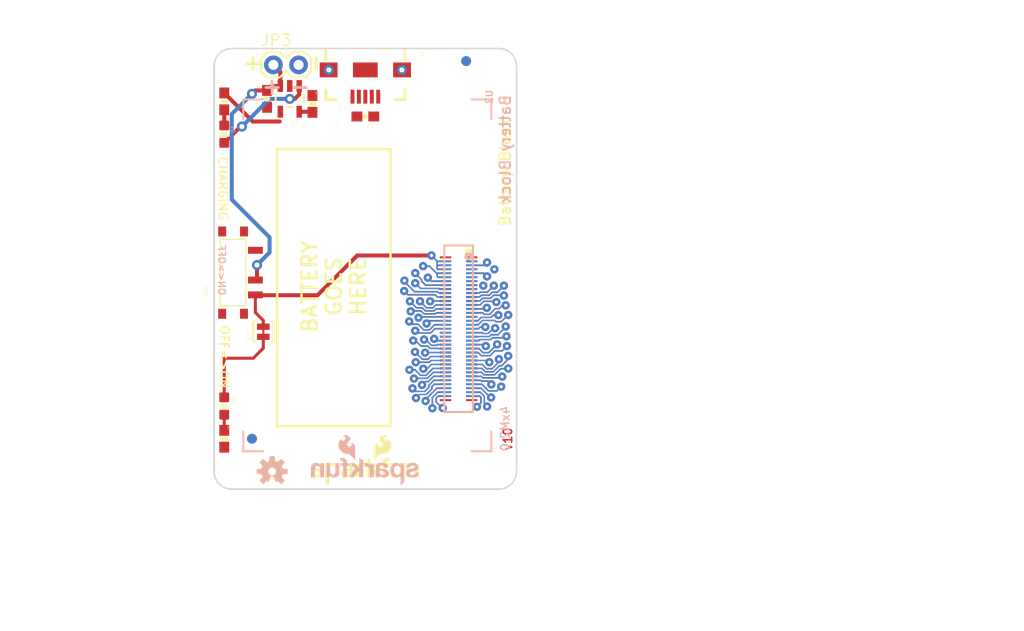
<source format=kicad_pcb>
(kicad_pcb (version 20211014) (generator pcbnew)
  (layers (0 "F.Cu" signal) (1 "In1.Cu" signal) (2 "In2.Cu" signal) (31 "B.Cu" signal) (34 "B.Paste" user) (35 "F.Paste" user) (36 "B.SilkS" user "B.Silkscreen") (37 "F.SilkS" user "F.Silkscreen") (38 "B.Mask" user) (39 "F.Mask" user) (44 "Edge.Cuts" user))
  (net 0 "")
  (net 1 "GND")
  (net 2 "VSYS")
  (net 3 "3.3V")
  (net 4 "GP183_PWM3")
  (net 5 "GP182_PWM2")
  (net 6 "GP13_PWM1")
  (net 7 "GP12_PWM0")
  (net 8 "GP14")
  (net 9 "GP15")
  (net 10 "GP49")
  (net 11 "GP48")
  (net 12 "GP47")
  (net 13 "GP46")
  (net 14 "GP45")
  (net 15 "GP165")
  (net 16 "GP44")
  (net 17 "PSW")
  (net 18 "FAULT")
  (net 19 "USB_VBUS")
  (net 20 "USB_DN")
  (net 21 "USB_DP")
  (net 22 "USB_ID")
  (net 23 "GP114_SPI_2_RXD")
  (net 24 "GP115_SPI_2_TXD")
  (net 25 "GP109_SPI_2_CLK")
  (net 26 "GP110_SPI_2_FS0")
  (net 27 "GP111_SPI_2_FS1")
  (net 28 "GP135_UART_2_TX")
  (net 29 "GP134_UART_2_RX")
  (net 30 "GP43_I2S_2_TXD")
  (net 31 "GP41_I2S_2_FS")
  (net 32 "GP40_I2S_2_CLK")
  (net 33 "GP42_I2S_2_RXD")
  (net 34 "GP28_I2C_6_SDA")
  (net 35 "GP27_I2C_6_SCL")
  (net 36 "GP20_I2C_1_SDA")
  (net 37 "GP19_I2C_1_SCL")
  (net 38 "GP131_UART_1_TX")
  (net 39 "GP130_UART_1_RX")
  (net 40 "GP129_UART_1_RTS")
  (net 41 "GP128_UART_1_CTS")
  (net 42 "GP84_SD_CLK_FB")
  (net 43 "GP78_SD_0_CLK")
  (net 44 "GP77_SD_0_CD#")
  (net 45 "GP79_SD_0_CMD")
  (net 46 "GP80_SD_0_DAT0")
  (net 47 "GP81_SD_0_DAT1")
  (net 48 "GP82_SD_0_DAT2")
  (net 49 "GP83_SD_0_DAT3")
  (net 50 "MSIC_SLP_CLK")
  (net 51 "RESET_OUT#")
  (net 52 "PWRBTN#")
  (net 53 "V_BAT_BKUP")
  (net 54 "1.8V")
  (net 55 "FW_RCVR")
  (net 56 "RCVR_MODE")
  (net 57 "OSC_CLK_OUT")
  (net 58 "VIN")
  (net 59 "N$3")
  (net 60 "N$4")
  (net 61 "N$5")
  (net 62 "VBAT")
  (net 63 "N$2")
  (net 64 "N$7")
  (net 65 "DCIN")
  (footprint "boardEagle:FIDUCIAL-1X2" (layer "F.Cu") (at 158.6611 84.0486)
    (fp_text reference "FID2" hide)
    (fp_text value "FIDUCIAL1X2" hide)
  )
  (footprint "boardEagle:0603-CAP" (layer "F.Cu") (at 148.5011 89.6366 180)
    (fp_text reference "C1")
    (fp_text value "4.7uF")
  )
  (footprint "boardEagle:CREATIVE_COMMONS" (layer "F.Cu") (at 131.9911 141.1986)
    (fp_text reference "FRAME1" hide)
    (fp_text value "FRAME-LETTER" hide)
  )
  (footprint "boardEagle:1X02" (layer "F.Cu") (at 139.2301 84.4296)
    (fp_text reference "JP3")
    (fp_text value "M02PTH")
  )
  (footprint "" (layer "F.Cu") (at 161.8361 125.3236)
    (fp_text reference "@HOLE0" hide)
    (fp_text value "")
  )
  (footprint "boardEagle:USB-B-MICRO-SMD_V03" (layer "F.Cu") (at 148.5011 84.9376 -90)
    (fp_text reference "JP1")
    (fp_text value "USB_MICROB_PLUG")
  )
  (footprint "boardEagle:SFE_LOGO_NAME_FLAME_.1" (layer "F.Cu") (at 142.5575 126.9746)
    (fp_text reference "LOGO4" hide)
    (fp_text value "SFE_LOGO_NAME_FLAME.1_INCH" hide)
  )
  (footprint "boardEagle:0603-RES" (layer "F.Cu") (at 143.1671 88.3666 -90)
    (fp_text reference "R1")
    (fp_text value "2.0k")
  )
  (footprint "boardEagle:CREATIVE_COMMONS" (layer "F.Cu") (at 131.9911 141.1986)
    (fp_text reference "FRAME2" hide)
    (fp_text value "FRAME-LETTER" hide)
  )
  (footprint "boardEagle:SOT23-5" (layer "F.Cu") (at 140.8811 87.8586 180)
    (fp_text reference "U1")
    (fp_text value "MCP73831")
  )
  (footprint "boardEagle:0603-RES" (layer "F.Cu") (at 134.2771 88.1126 90)
    (fp_text reference "R2")
    (fp_text value "330")
  )
  (footprint "boardEagle:PAD-JUMPER-2-NC_BY_TRACE_YES_SILK" (layer "F.Cu") (at 138.2141 111.3536 90)
    (fp_text reference "SJ1")
    (fp_text value "LED DISABLE")
  )
  (footprint "boardEagle:0603-CAP" (layer "F.Cu") (at 138.5951 87.8586 -90)
    (fp_text reference "C2")
    (fp_text value "4.7uF")
  )
  (footprint "boardEagle:LED-0603" (layer "F.Cu") (at 134.2771 91.4146 180)
    (fp_text reference "D1")
    (fp_text value "RED")
  )
  (footprint "" (layer "F.Cu") (at 135.1661 125.3236)
    (fp_text reference "@HOLE1" hide)
    (fp_text value "")
  )
  (footprint "" (layer "F.Cu") (at 135.1661 84.6836)
    (fp_text reference "@HOLE2" hide)
    (fp_text value "")
  )
  (footprint "boardEagle:0603-RES" (layer "F.Cu") (at 134.2771 122.1486 -90)
    (fp_text reference "R3")
    (fp_text value "1k")
  )
  (footprint "boardEagle:FIDUCIAL-1X2" (layer "F.Cu") (at 137.0711 122.1486)
    (fp_text reference "FID1" hide)
    (fp_text value "FIDUCIAL1X2" hide)
  )
  (footprint "boardEagle:OSHW-LOGO-S" (layer "F.Cu") (at 139.1031 125.4506)
    (fp_text reference "LOGO1" hide)
    (fp_text value "OSHW-LOGOS" hide)
  )
  (footprint "boardEagle:LED-0603" (layer "F.Cu") (at 134.2771 118.8466 180)
    (fp_text reference "D2")
    (fp_text value "BLUE")
  )
  (footprint "boardEagle:KPS-1290" (layer "F.Cu") (at 135.1661 105.3846 -90)
    (fp_text reference "SW1")
    (fp_text value "SWITCH_SPDT")
  )
  (footprint "" (layer "F.Cu") (at 161.8361 84.6836)
    (fp_text reference "@HOLE3" hide)
    (fp_text value "")
  )
  (footprint "boardEagle:FIDUCIAL-1X2" (layer "B.Cu") (at 137.0711 122.1486 180)
    (fp_text reference "FID3" hide)
    (fp_text value "FIDUCIAL1X2" hide)
  )
  (footprint "boardEagle:OSHW-LOGO-S" (layer "B.Cu") (at 139.1031 125.4506 180)
    (fp_text reference "LOGO2" hide)
    (fp_text value "OSHW-LOGOS" hide)
  )
  (footprint "boardEagle:FIDUCIAL-1X2" (layer "B.Cu") (at 158.6611 84.0486 180)
    (fp_text reference "FID4" hide)
    (fp_text value "FIDUCIAL1X2" hide)
  )
  (footprint "boardEagle:EDISON_DAUGHTER" (layer "B.Cu") (at 161.2011 123.4186 180)
    (fp_text reference "U2")
    (fp_text value "EDISON_CONNECTOR_FULLMOUNTING_HOLES" hide)
  )
  (footprint "boardEagle:SFE_LOGO_NAME_FLAME_.1" (layer "B.Cu") (at 154.3431 126.9746 180)
    (fp_text reference "LOGO3" hide)
    (fp_text value "SFE_LOGO_NAME_FLAME.1_INCH" hide)
  )
  (footprint "boardEagle:DF40C-70DP-0.4(51)" (layer "B.Cu") (at 157.9011 111.0488 90)
    (fp_text reference "U3" hide)
    (fp_text value "EDISON_CONNECTOR_FULLHEADER" hide)
  )
  (gr_line (start 139.6111 92.9386) (end 139.6111 120.8786) (layer "F.SilkS") (width 0.254))
  (gr_line (start 139.6111 120.8786) (end 151.0411 120.8786) (layer "F.SilkS") (width 0.254))
  (gr_line (start 151.0411 120.8786) (end 151.0411 92.9386) (layer "F.SilkS") (width 0.254))
  (gr_line (start 151.0411 92.9386) (end 139.6111 92.9386) (layer "F.SilkS") (width 0.254))
  (gr_line (start 133.2611 125.4506) (end 133.2611 84.5566) (layer "Edge.Cuts") (width 0.1524))
  (gr_line (start 161.9631 127.2286) (end 135.0391 127.2286) (layer "Edge.Cuts") (width 0.1524))
  (gr_line (start 135.0391 82.7786) (end 161.9631 82.7786) (layer "Edge.Cuts") (width 0.1524))
  (gr_arc (start 161.9631 82.7786) (mid 163.220336 83.299364) (end 163.7411 84.5566) (layer "Edge.Cuts") (width 0.1524))
  (gr_line (start 163.7411 84.5566) (end 163.7411 125.4506) (layer "Edge.Cuts") (width 0.1524))
  (gr_arc (start 133.2611 84.5566) (mid 133.781864 83.299364) (end 135.0391 82.7786) (layer "Edge.Cuts") (width 0.1524))
  (gr_arc (start 163.7411 125.4506) (mid 163.220336 126.707836) (end 161.9631 127.2286) (layer "Edge.Cuts") (width 0.1524))
  (gr_arc (start 135.0391 127.2286) (mid 133.781864 126.707836) (end 133.2611 125.4506) (layer "Edge.Cuts") (width 0.1524))
  (gr_text "v10" (at 163.3601 123.4186 90) (layer "F.Cu") (effects (font (size 0.8636 0.8636) (thickness 0.1524)) (justify left bottom)))
  (gr_text "4xM2.0" (at 162.5981 121.1326 -270) (layer "B.SilkS") (effects (font (size 0.8636 0.8636) (thickness 0.1524)) (justify mirror)))
  (gr_text "-" (at 141.8971 86.5886) (layer "B.SilkS") (effects (font (size 1.64084 1.64084) (thickness 0.28956)) (justify mirror)))
  (gr_text "ON<>OFF" (at 134.0231 105.1306 -90) (layer "B.SilkS") (effects (font (size 0.69088 0.69088) (thickness 0.12192)) (justify mirror)))
  (gr_text "Battery Block" (at 163.2331 87.3506 -270) (layer "B.SilkS") (effects (font (size 1.0795 1.0795) (thickness 0.1905)) (justify left bottom mirror)))
  (gr_text "+" (at 139.1031 86.5886) (layer "B.SilkS") (effects (font (size 1.64084 1.64084) (thickness 0.28956)) (justify mirror)))
  (gr_text "+" (at 137.0711 84.3026 90) (layer "F.SilkS") (effects (font (size 1.64084 1.64084) (thickness 0.28956))))
  (gr_text "CHARGING" (at 134.1501 96.8756 270) (layer "F.SilkS") (effects (font (size 0.8636 0.8636) (thickness 0.1524))))
  (gr_text "OFF<>ON" (at 134.2771 113.8936 270) (layer "F.SilkS") (effects (font (size 0.8636 0.8636) (thickness 0.1524))))
  (gr_text "Battery Block" (at 163.2331 100.8126 90) (layer "F.SilkS") (effects (font (size 1.0795 1.0795) (thickness 0.1905)) (justify left bottom)))
  (gr_text "-" (at 143.4211 84.3026 90) (layer "F.SilkS") (effects (font (size 1.64084 1.64084) (thickness 0.28956))))
  (gr_text "BATTERY\nGOES\nHERE" (at 145.3261 106.7816 90) (layer "F.SilkS") (effects (font (size 1.5113 1.5113) (thickness 0.2667))))
  (via (at 161.5059 105.0544) (size 0.8382) (drill 0.3302) (layers "F.Cu" "B.Cu") (net 1))
  (via (at 144.8181 84.9376) (size 1.016) (drill 0.508) (layers "F.Cu" "B.Cu") (net 1))
  (via (at 160.3883 106.7054) (size 0.8382) (drill 0.3302) (layers "F.Cu" "B.Cu") (net 1))
  (via (at 152.1841 84.9376) (size 1.016) (drill 0.508) (layers "F.Cu" "B.Cu") (net 1))
  (segment (start 155.7401 104.2628) (end 155.7541 104.2488) (width 0.1524) (layer "F.Cu") (net 2))
  (segment (start 155.7541 104.2488) (end 156.5811 104.2488) (width 0.1524) (layer "F.Cu") (net 2))
  (segment (start 137.8331 109.8296) (end 137.4161 109.4126) (width 0.3048) (layer "F.Cu") (net 2))
  (segment (start 156.5811 105.0488) (end 156.5811 105.0486) (width 0.1524) (layer "F.Cu") (net 2))
  (segment (start 147.6877 103.658) (end 155.1633 103.658) (width 0.4064) (layer "F.Cu") (net 2))
  (segment (start 138.2141 110.2106) (end 137.8331 109.8296) (width 0.3048) (layer "F.Cu") (net 2))
  (segment (start 155.1633 103.658) (end 155.7541 104.2488) (width 0.1524) (layer "F.Cu") (net 2))
  (segment (start 137.4161 108.9766) (end 137.4161 109.4126) (width 0.3048) (layer "F.Cu") (net 2))
  (segment (start 147.6877 103.658) (end 143.6751 107.6706) (width 0.4064) (layer "F.Cu") (net 2))
  (segment (start 155.7401 104.6226) (end 155.7401 104.2628) (width 0.1524) (layer "F.Cu") (net 2))
  (segment (start 156.5811 104.6488) (end 155.7663 104.6488) (width 0.1524) (layer "F.Cu") (net 2))
  (segment (start 137.4521 107.6706) (end 137.4161 107.6346) (width 0.4064) (layer "F.Cu") (net 2))
  (segment (start 138.2141 110.8456) (end 138.2141 110.2106) (width 0.3048) (layer "F.Cu") (net 2))
  (segment (start 155.7663 104.6488) (end 155.7401 104.6226) (width 0.1524) (layer "F.Cu") (net 2))
  (segment (start 155.7401 105.0036) (end 155.7401 104.6226) (width 0.1524) (layer "F.Cu") (net 2))
  (segment (start 156.5811 105.0486) (end 155.7851 105.0486) (width 0.1524) (layer "F.Cu") (net 2))
  (segment (start 143.6751 107.6706) (end 137.4521 107.6706) (width 0.4064) (layer "F.Cu") (net 2))
  (segment (start 155.7851 105.0486) (end 155.7401 105.0036) (width 0.1524) (layer "F.Cu") (net 2))
  (segment (start 137.4161 108.9766) (end 137.4161 107.6346) (width 0.3048) (layer "F.Cu") (net 2))
  (via (at 155.1633 103.658) (size 0.8382) (drill 0.3302) (layers "F.Cu" "B.Cu") (net 2))
  (segment (start 155.7401 105.0036) (end 155.7401 104.6226) (width 0.1524) (layer "B.Cu") (net 2))
  (segment (start 155.7851 105.0486) (end 155.7401 105.0036) (width 0.1524) (layer "B.Cu") (net 2))
  (segment (start 155.1633 103.658) (end 155.7541 104.2488) (width 0.1524) (layer "B.Cu") (net 2))
  (segment (start 155.7401 104.2628) (end 155.7541 104.2488) (width 0.1524) (layer "B.Cu") (net 2))
  (segment (start 156.5811 105.0486) (end 155.7851 105.0486) (width 0.1524) (layer "B.Cu") (net 2))
  (segment (start 156.5811 104.2488) (end 156.5811 104.2486) (width 0.2) (layer "B.Cu") (net 2))
  (segment (start 156.5811 104.6486) (end 155.7661 104.6486) (width 0.1524) (layer "B.Cu") (net 2))
  (segment (start 155.2321 103.7268) (end 155.1633 103.658) (width 0.1524) (layer "B.Cu") (net 2))
  (segment (start 155.7661 104.6486) (end 155.7401 104.6226) (width 0.1524) (layer "B.Cu") (net 2))
  (segment (start 155.7541 104.2488) (end 156.5811 104.2488) (width 0.1524) (layer "B.Cu") (net 2))
  (segment (start 155.7401 104.6226) (end 155.7401 104.2628) (width 0.1524) (layer "B.Cu") (net 2))
  (segment (start 155.7401 105.7656) (end 155.7401 105.4488) (width 0.1524) (layer "F.Cu") (net 3))
  (segment (start 155.6773 105.4488) (end 155.7401 105.4488) (width 0.1524) (layer "F.Cu") (net 3))
  (segment (start 156.5811 105.8488) (end 155.8233 105.8488) (width 0.1524) (layer "F.Cu") (net 3))
  (segment (start 155.7401 105.4488) (end 156.5811 105.4488) (width 0.1524) (layer "F.Cu") (net 3))
  (segment (start 154.3251 104.7342) (end 154.9627 104.7342) (width 0.1524) (layer "F.Cu") (net 3))
  (segment (start 154.9627 104.7342) (end 155.6773 105.4488) (width 0.1524) (layer "F.Cu") (net 3))
  (segment (start 155.8233 105.8488) (end 155.7401 105.7656) (width 0.1524) (layer "F.Cu") (net 3))
  (via (at 154.3251 104.7342) (size 0.8382) (drill 0.3302) (layers "F.Cu" "B.Cu") (net 3))
  (segment (start 155.8231 105.8486) (end 155.7401 105.7656) (width 0.1524) (layer "B.Cu") (net 3))
  (segment (start 155.7401 105.4488) (end 156.5811 105.4488) (width 0.1524) (layer "B.Cu") (net 3))
  (segment (start 155.6773 105.4488) (end 155.7401 105.4488) (width 0.1524) (layer "B.Cu") (net 3))
  (segment (start 156.5811 105.8486) (end 155.8231 105.8486) (width 0.1524) (layer "B.Cu") (net 3))
  (segment (start 154.9627 104.7342) (end 155.6773 105.4488) (width 0.1524) (layer "B.Cu") (net 3))
  (segment (start 156.5811 105.4486) (end 156.5811 105.4488) (width 0.1524) (layer "B.Cu") (net 3))
  (segment (start 154.3251 104.7342) (end 154.9627 104.7342) (width 0.1524) (layer "B.Cu") (net 3))
  (segment (start 155.7401 105.7656) (end 155.7401 105.4488) (width 0.1524) (layer "B.Cu") (net 3))
  (segment (start 159.8803 111.8362) (end 159.8677 111.8488) (width 0.1524) (layer "F.Cu") (net 4))
  (segment (start 162.6489 110.871) (end 161.8615 111.6584) (width 0.1524) (layer "F.Cu") (net 4))
  (segment (start 161.1757 111.6584) (end 160.9979 111.8362) (width 0.1524) (layer "F.Cu") (net 4))
  (segment (start 162.6489 110.8202) (end 162.6489 110.871) (width 0.1524) (layer "F.Cu") (net 4))
  (segment (start 159.8677 111.8488) (end 159.2211 111.8488) (width 0.1524) (layer "F.Cu") (net 4))
  (segment (start 160.9979 111.8362) (end 159.8803 111.8362) (width 0.1524) (layer "F.Cu") (net 4))
  (segment (start 161.8615 111.6584) (end 161.1757 111.6584) (width 0.1524) (layer "F.Cu") (net 4))
  (via (at 162.6489 110.8202) (size 0.8382) (drill 0.3302) (layers "F.Cu" "B.Cu") (net 4))
  (segment (start 161.8615 111.6584) (end 162.6489 110.871) (width 0.1524) (layer "B.Cu") (net 4))
  (segment (start 159.8679 111.8486) (end 159.8803 111.8362) (width 0.1524) (layer "B.Cu") (net 4))
  (segment (start 162.6489 110.871) (end 162.6489 110.8202) (width 0.1524) (layer "B.Cu") (net 4))
  (segment (start 159.2211 111.8486) (end 159.8679 111.8486) (width 0.1524) (layer "B.Cu") (net 4))
  (segment (start 159.8803 111.8362) (end 160.9979 111.8362) (width 0.1524) (layer "B.Cu") (net 4))
  (segment (start 160.9979 111.8362) (end 161.1757 111.6584) (width 0.1524) (layer "B.Cu") (net 4))
  (segment (start 161.1757 111.6584) (end 161.8615 111.6584) (width 0.1524) (layer "B.Cu") (net 4))
  (segment (start 159.2211 111.4488) (end 160.2803 111.4488) (width 0.1524) (layer "F.Cu") (net 5))
  (segment (start 160.8709 111.5314) (end 161.4043 110.998) (width 0.1524) (layer "F.Cu") (net 5))
  (segment (start 161.4043 110.998) (end 161.5821 110.998) (width 0.1524) (layer "F.Cu") (net 5))
  (segment (start 160.3629 111.5314) (end 160.8709 111.5314) (width 0.1524) (layer "F.Cu") (net 5))
  (segment (start 160.2803 111.4488) (end 160.3629 111.5314) (width 0.1524) (layer "F.Cu") (net 5))
  (via (at 161.5821 110.998) (size 0.8382) (drill 0.3302) (layers "F.Cu" "B.Cu") (net 5))
  (segment (start 161.4043 110.998) (end 160.8709 111.5314) (width 0.1524) (layer "B.Cu") (net 5))
  (segment (start 161.5821 110.998) (end 161.4043 110.998) (width 0.1524) (layer "B.Cu") (net 5))
  (segment (start 160.2801 111.4486) (end 159.2211 111.4486) (width 0.1524) (layer "B.Cu") (net 5))
  (segment (start 160.3629 111.5314) (end 160.2801 111.4486) (width 0.1524) (layer "B.Cu") (net 5))
  (segment (start 160.8709 111.5314) (end 160.3629 111.5314) (width 0.1524) (layer "B.Cu") (net 5))
  (segment (start 161.6583 110.3376) (end 161.5313 110.2106) (width 0.1524) (layer "F.Cu") (net 6))
  (segment (start 159.8739 110.6488) (end 159.2211 110.6488) (width 0.1524) (layer "F.Cu") (net 6))
  (segment (start 162.9029 109.6518) (end 162.8775 109.6518) (width 0.1524) (layer "F.Cu") (net 6))
  (segment (start 160.3121 110.2106) (end 159.8739 110.6488) (width 0.1524) (layer "F.Cu") (net 6))
  (segment (start 161.5313 110.2106) (end 160.3121 110.2106) (width 0.1524) (layer "F.Cu") (net 6))
  (segment (start 162.1917 110.3376) (end 161.6583 110.3376) (width 0.1524) (layer "F.Cu") (net 6))
  (segment (start 162.8775 109.6518) (end 162.1917 110.3376) (width 0.1524) (layer "F.Cu") (net 6))
  (via (at 162.9029 109.6518) (size 0.8382) (drill 0.3302) (layers "F.Cu" "B.Cu") (net 6))
  (segment (start 162.8775 109.6518) (end 162.9029 109.6518) (width 0.1524) (layer "B.Cu") (net 6))
  (segment (start 162.1917 110.3376) (end 162.8775 109.6518) (width 0.1524) (layer "B.Cu") (net 6))
  (segment (start 161.6583 110.3376) (end 162.1917 110.3376) (width 0.1524) (layer "B.Cu") (net 6))
  (segment (start 161.5313 110.2106) (end 161.6583 110.3376) (width 0.1524) (layer "B.Cu") (net 6))
  (segment (start 159.2211 110.6486) (end 159.8741 110.6486) (width 0.1524) (layer "B.Cu") (net 6))
  (segment (start 160.3121 110.2106) (end 161.5313 110.2106) (width 0.1524) (layer "B.Cu") (net 6))
  (segment (start 159.8741 110.6486) (end 160.3121 110.2106) (width 0.1524) (layer "B.Cu") (net 6))
  (segment (start 159.2211 111.0488) (end 159.9057 111.0488) (width 0.1524) (layer "F.Cu") (net 7))
  (segment (start 160.0835 110.871) (end 160.5915 110.871) (width 0.1524) (layer "F.Cu") (net 7))
  (segment (start 159.9057 111.0488) (end 160.0835 110.871) (width 0.1524) (layer "F.Cu") (net 7))
  (via (at 160.5915 110.871) (size 0.8382) (drill 0.3302) (layers "F.Cu" "B.Cu") (net 7))
  (segment (start 159.9057 111.0488) (end 159.2213 111.0488) (width 0.1524) (layer "B.Cu") (net 7))
  (segment (start 159.2213 111.0488) (end 159.2211 111.0486) (width 0.1524) (layer "B.Cu") (net 7))
  (segment (start 160.0835 110.871) (end 159.9057 111.0488) (width 0.1524) (layer "B.Cu") (net 7))
  (segment (start 160.5915 110.871) (end 160.0835 110.871) (width 0.1524) (layer "B.Cu") (net 7))
  (segment (start 154.5339 113.4488) (end 156.5811 113.4488) (width 0.1524) (layer "F.Cu") (net 8))
  (segment (start 154.5209 113.4618) (end 154.5339 113.4488) (width 0.1524) (layer "F.Cu") (net 8))
  (via (at 154.5209 113.4618) (size 0.8382) (drill 0.3302) (layers "F.Cu" "B.Cu") (net 8))
  (segment (start 154.5341 113.4486) (end 154.5209 113.4618) (width 0.1524) (layer "B.Cu") (net 8))
  (segment (start 156.5811 113.4486) (end 154.5341 113.4486) (width 0.1524) (layer "B.Cu") (net 8))
  (segment (start 155.6193 112.2488) (end 155.4353 112.0648) (width 0.1524) (layer "F.Cu") (net 9))
  (segment (start 156.5811 112.2488) (end 155.6193 112.2488) (width 0.1524) (layer "F.Cu") (net 9))
  (via (at 155.4353 112.0648) (size 0.8382) (drill 0.3302) (layers "F.Cu" "B.Cu") (net 9))
  (segment (start 155.4353 112.0648) (end 155.6191 112.2486) (width 0.1524) (layer "B.Cu") (net 9))
  (segment (start 155.6191 112.2486) (end 156.5811 112.2486) (width 0.1524) (layer "B.Cu") (net 9))
  (segment (start 153.2001 110.5916) (end 152.9207 110.3122) (width 0.1524) (layer "F.Cu") (net 10))
  (segment (start 154.9527 111.1758) (end 154.3939 111.1758) (width 0.1524) (layer "F.Cu") (net 10))
  (segment (start 153.8097 110.5916) (end 153.2001 110.5916) (width 0.1524) (layer "F.Cu") (net 10))
  (segment (start 156.5811 110.6488) (end 155.4797 110.6488) (width 0.1524) (layer "F.Cu") (net 10))
  (segment (start 155.4797 110.6488) (end 154.9527 111.1758) (width 0.1524) (layer "F.Cu") (net 10))
  (segment (start 154.3939 111.1758) (end 153.8097 110.5916) (width 0.1524) (layer "F.Cu") (net 10))
  (via (at 152.9207 110.3122) (size 0.8382) (drill 0.3302) (layers "F.Cu" "B.Cu") (net 10))
  (segment (start 153.2001 110.5916) (end 153.8097 110.5916) (width 0.1524) (layer "B.Cu") (net 10))
  (segment (start 154.3939 111.1758) (end 154.9527 111.1758) (width 0.1524) (layer "B.Cu") (net 10))
  (segment (start 155.4799 110.6486) (end 156.5811 110.6486) (width 0.1524) (layer "B.Cu") (net 10))
  (segment (start 154.9527 111.1758) (end 155.4799 110.6486) (width 0.1524) (layer "B.Cu") (net 10))
  (segment (start 152.9207 110.3122) (end 153.2001 110.5916) (width 0.1524) (layer "B.Cu") (net 10))
  (segment (start 153.8097 110.5916) (end 154.3939 111.1758) (width 0.1524) (layer "B.Cu") (net 10))
  (segment (start 154.6733 110.5154) (end 154.9399 110.2488) (width 0.1524) (layer "F.Cu") (net 11))
  (segment (start 154.9399 110.2488) (end 156.5811 110.2488) (width 0.1524) (layer "F.Cu") (net 11))
  (via (at 154.6733 110.5154) (size 0.8382) (drill 0.3302) (layers "F.Cu" "B.Cu") (net 11))
  (segment (start 156.5811 110.2486) (end 154.9401 110.2486) (width 0.1524) (layer "B.Cu") (net 11))
  (segment (start 154.9401 110.2486) (end 154.6733 110.5154) (width 0.1524) (layer "B.Cu") (net 11))
  (segment (start 155.6955 109.8488) (end 155.6893 109.855) (width 0.1524) (layer "F.Cu") (net 12))
  (segment (start 156.5811 109.8488) (end 155.6955 109.8488) (width 0.1524) (layer "F.Cu") (net 12))
  (segment (start 155.6893 109.855) (end 153.9367 109.855) (width 0.1524) (layer "F.Cu") (net 12))
  (segment (start 153.9367 109.855) (end 153.8605 109.9312) (width 0.1524) (layer "F.Cu") (net 12))
  (via (at 153.8605 109.9312) (size 0.8382) (drill 0.3302) (layers "F.Cu" "B.Cu") (net 12))
  (segment (start 153.9367 109.855) (end 155.6893 109.855) (width 0.1524) (layer "B.Cu") (net 12))
  (segment (start 155.6957 109.8486) (end 156.5811 109.8486) (width 0.1524) (layer "B.Cu") (net 12))
  (segment (start 155.6893 109.855) (end 155.6957 109.8486) (width 0.1524) (layer "B.Cu") (net 12))
  (segment (start 153.8605 109.9312) (end 153.9367 109.855) (width 0.1524) (layer "B.Cu") (net 12))
  (segment (start 154.1145 109.2454) (end 153.1239 109.2454) (width 0.1524) (layer "F.Cu") (net 13))
  (segment (start 155.5623 109.5502) (end 154.4193 109.5502) (width 0.1524) (layer "F.Cu") (net 13))
  (segment (start 154.4193 109.5502) (end 154.1145 109.2454) (width 0.1524) (layer "F.Cu") (net 13))
  (segment (start 156.5811 109.4488) (end 155.6637 109.4488) (width 0.1524) (layer "F.Cu") (net 13))
  (segment (start 153.1239 109.2454) (end 153.0731 109.2962) (width 0.1524) (layer "F.Cu") (net 13))
  (segment (start 155.6637 109.4488) (end 155.5623 109.5502) (width 0.1524) (layer "F.Cu") (net 13))
  (via (at 153.0731 109.2962) (size 0.8382) (drill 0.3302) (layers "F.Cu" "B.Cu") (net 13))
  (segment (start 155.6639 109.4486) (end 156.5811 109.4486) (width 0.1524) (layer "B.Cu") (net 13))
  (segment (start 154.4193 109.5502) (end 155.5623 109.5502) (width 0.1524) (layer "B.Cu") (net 13))
  (segment (start 155.5623 109.5502) (end 155.6639 109.4486) (width 0.1524) (layer "B.Cu") (net 13))
  (segment (start 153.0731 109.2962) (end 153.1239 109.2454) (width 0.1524) (layer "B.Cu") (net 13))
  (segment (start 154.1145 109.2454) (end 154.4193 109.5502) (width 0.1524) (layer "B.Cu") (net 13))
  (segment (start 153.1239 109.2454) (end 154.1145 109.2454) (width 0.1524) (layer "B.Cu") (net 13))
  (segment (start 153.6573 108.9406) (end 154.2415 108.9406) (width 0.1524) (layer "F.Cu") (net 14))
  (segment (start 152.9969 108.2802) (end 153.6573 108.9406) (width 0.1524) (layer "F.Cu") (net 14))
  (segment (start 154.2415 108.9406) (end 154.5463 109.2454) (width 0.1524) (layer "F.Cu") (net 14))
  (segment (start 155.4353 109.2454) (end 155.6319 109.0488) (width 0.1524) (layer "F.Cu") (net 14))
  (segment (start 154.5463 109.2454) (end 155.4353 109.2454) (width 0.1524) (layer "F.Cu") (net 14))
  (segment (start 155.6319 109.0488) (end 156.5811 109.0488) (width 0.1524) (layer "F.Cu") (net 14))
  (via (at 152.9969 108.2802) (size 0.8382) (drill 0.3302) (layers "F.Cu" "B.Cu") (net 14))
  (segment (start 154.5463 109.2454) (end 154.2415 108.9406) (width 0.1524) (layer "B.Cu") (net 14))
  (segment (start 153.6573 108.9406) (end 152.9969 108.2802) (width 0.1524) (layer "B.Cu") (net 14))
  (segment (start 154.2415 108.9406) (end 153.6573 108.9406) (width 0.1524) (layer "B.Cu") (net 14))
  (segment (start 156.5811 109.0486) (end 155.6321 109.0486) (width 0.1524) (layer "B.Cu") (net 14))
  (segment (start 155.4353 109.2454) (end 154.5463 109.2454) (width 0.1524) (layer "B.Cu") (net 14))
  (segment (start 155.6321 109.0486) (end 155.4353 109.2454) (width 0.1524) (layer "B.Cu") (net 14))
  (segment (start 160.6357 109.0488) (end 159.2211 109.0488) (width 0.1524) (layer "F.Cu") (net 15))
  (segment (start 160.7439 108.9406) (end 160.6357 109.0488) (width 0.1524) (layer "F.Cu") (net 15))
  (via (at 160.7439 108.9406) (size 0.8382) (drill 0.3302) (layers "F.Cu" "B.Cu") (net 15))
  (segment (start 160.6359 109.0486) (end 160.7439 108.9406) (width 0.1524) (layer "B.Cu") (net 15))
  (segment (start 159.2211 109.0486) (end 160.6359 109.0486) (width 0.1524) (layer "B.Cu") (net 15))
  (segment (start 155.3083 108.9406) (end 154.6733 108.9406) (width 0.1524) (layer "F.Cu") (net 16))
  (segment (start 156.5811 108.6488) (end 155.6001 108.6488) (width 0.1524) (layer "F.Cu") (net 16))
  (segment (start 155.6001 108.6488) (end 155.3083 108.9406) (width 0.1524) (layer "F.Cu") (net 16))
  (segment (start 154.6733 108.9406) (end 154.0129 108.2802) (width 0.1524) (layer "F.Cu") (net 16))
  (via (at 154.0129 108.2802) (size 0.8382) (drill 0.3302) (layers "F.Cu" "B.Cu") (net 16))
  (segment (start 154.6733 108.9406) (end 155.3083 108.9406) (width 0.1524) (layer "B.Cu") (net 16))
  (segment (start 155.6003 108.6486) (end 156.5811 108.6486) (width 0.1524) (layer "B.Cu") (net 16))
  (segment (start 154.0129 108.2802) (end 154.6733 108.9406) (width 0.1524) (layer "B.Cu") (net 16))
  (segment (start 155.3083 108.9406) (end 155.6003 108.6486) (width 0.1524) (layer "B.Cu") (net 16))
  (segment (start 161.4297 107.6706) (end 161.1249 107.9754) (width 0.1524) (layer "F.Cu") (net 17))
  (segment (start 160.3121 107.9754) (end 160.0387 108.2488) (width 0.1524) (layer "F.Cu") (net 17))
  (segment (start 162.4457 107.6706) (end 161.4297 107.6706) (width 0.1524) (layer "F.Cu") (net 17))
  (segment (start 161.1249 107.9754) (end 160.3121 107.9754) (width 0.1524) (layer "F.Cu") (net 17))
  (segment (start 160.0387 108.2488) (end 159.2211 108.2488) (width 0.1524) (layer "F.Cu") (net 17))
  (segment (start 162.4711 107.696) (end 162.4457 107.6706) (width 0.1524) (layer "F.Cu") (net 17))
  (via (at 162.4711 107.696) (size 0.8382) (drill 0.3302) (layers "F.Cu" "B.Cu") (net 17))
  (segment (start 161.1249 107.9754) (end 161.4297 107.6706) (width 0.1524) (layer "B.Cu") (net 17))
  (segment (start 161.4297 107.6706) (end 162.4457 107.6706) (width 0.1524) (layer "B.Cu") (net 17))
  (segment (start 159.2211 108.2486) (end 160.0389 108.2486) (width 0.1524) (layer "B.Cu") (net 17))
  (segment (start 160.0389 108.2486) (end 160.3121 107.9754) (width 0.1524) (layer "B.Cu") (net 17))
  (segment (start 160.3121 107.9754) (end 161.1249 107.9754) (width 0.1524) (layer "B.Cu") (net 17))
  (segment (start 162.4457 107.6706) (end 162.4711 107.696) (width 0.1524) (layer "B.Cu") (net 17))
  (segment (start 161.3027 107.3658) (end 161.8107 107.3658) (width 0.1524) (layer "F.Cu") (net 18))
  (segment (start 160.1851 107.6706) (end 160.9979 107.6706) (width 0.1524) (layer "F.Cu") (net 18))
  (segment (start 161.8107 107.3658) (end 162.4711 106.7054) (width 0.1524) (layer "F.Cu") (net 18))
  (segment (start 160.0069 107.8488) (end 160.1851 107.6706) (width 0.1524) (layer "F.Cu") (net 18))
  (segment (start 160.9979 107.6706) (end 161.3027 107.3658) (width 0.1524) (layer "F.Cu") (net 18))
  (segment (start 159.2211 107.8488) (end 160.0069 107.8488) (width 0.1524) (layer "F.Cu") (net 18))
  (via (at 162.4711 106.7054) (size 0.8382) (drill 0.3302) (layers "F.Cu" "B.Cu") (net 18))
  (segment (start 160.1851 107.6706) (end 160.0071 107.8486) (width 0.1524) (layer "B.Cu") (net 18))
  (segment (start 161.3027 107.3658) (end 160.9979 107.6706) (width 0.1524) (layer "B.Cu") (net 18))
  (segment (start 162.4711 106.7054) (end 161.8107 107.3658) (width 0.1524) (layer "B.Cu") (net 18))
  (segment (start 161.8107 107.3658) (end 161.3027 107.3658) (width 0.1524) (layer "B.Cu") (net 18))
  (segment (start 160.0071 107.8486) (end 159.2211 107.8486) (width 0.1524) (layer "B.Cu") (net 18))
  (segment (start 160.9979 107.6706) (end 160.1851 107.6706) (width 0.1524) (layer "B.Cu") (net 18))
  (segment (start 155.5369 107.6198) (end 155.7659 107.8488) (width 0.1524) (layer "F.Cu") (net 19))
  (segment (start 152.7937 107.6198) (end 155.5369 107.6198) (width 0.1524) (layer "F.Cu") (net 19))
  (segment (start 155.7659 107.8488) (end 156.5811 107.8488) (width 0.1524) (layer "F.Cu") (net 19))
  (segment (start 152.4127 107.2388) (end 152.7937 107.6198) (width 0.1524) (layer "F.Cu") (net 19))
  (via (at 152.4127 107.2388) (size 0.8382) (drill 0.3302) (layers "F.Cu" "B.Cu") (net 19))
  (segment (start 155.7657 107.8486) (end 155.5369 107.6198) (width 0.1524) (layer "B.Cu") (net 19))
  (segment (start 155.5369 107.6198) (end 152.7937 107.6198) (width 0.1524) (layer "B.Cu") (net 19))
  (segment (start 156.5811 107.8486) (end 155.7657 107.8486) (width 0.1524) (layer "B.Cu") (net 19))
  (segment (start 152.7937 107.6198) (end 152.4127 107.2388) (width 0.1524) (layer "B.Cu") (net 19))
  (segment (start 156.5811 107.4488) (end 155.8993 107.4488) (width 0.1524) (layer "F.Cu") (net 20))
  (segment (start 155.7655 107.315) (end 153.4541 107.315) (width 0.1524) (layer "F.Cu") (net 20))
  (segment (start 155.8993 107.4488) (end 155.7655 107.315) (width 0.1524) (layer "F.Cu") (net 20))
  (segment (start 153.4541 107.315) (end 152.4381 106.299) (width 0.1524) (layer "F.Cu") (net 20))
  (segment (start 152.4381 106.299) (end 152.4381 106.1974) (width 0.1524) (layer "F.Cu") (net 20))
  (via (at 152.4381 106.1974) (size 0.8382) (drill 0.3302) (layers "F.Cu" "B.Cu") (net 20))
  (segment (start 153.4541 107.315) (end 155.7655 107.315) (width 0.1524) (layer "B.Cu") (net 20))
  (segment (start 155.8991 107.4486) (end 156.5811 107.4486) (width 0.1524) (layer "B.Cu") (net 20))
  (segment (start 152.4381 106.1974) (end 152.4381 106.299) (width 0.1524) (layer "B.Cu") (net 20))
  (segment (start 152.4381 106.299) (end 153.4541 107.315) (width 0.1524) (layer "B.Cu") (net 20))
  (segment (start 155.7655 107.315) (end 155.8991 107.4486) (width 0.1524) (layer "B.Cu") (net 20))
  (segment (start 155.9565 107.0488) (end 156.5811 107.0488) (width 0.1524) (layer "F.Cu") (net 21))
  (segment (start 155.8925 106.9848) (end 155.9565 107.0488) (width 0.1524) (layer "F.Cu") (net 21))
  (segment (start 154.0637 106.9848) (end 155.8925 106.9848) (width 0.1524) (layer "F.Cu") (net 21))
  (segment (start 153.5303 106.4514) (end 154.0637 106.9848) (width 0.1524) (layer "F.Cu") (net 21))
  (via (at 153.5303 106.4514) (size 0.8382) (drill 0.3302) (layers "F.Cu" "B.Cu") (net 21))
  (segment (start 155.9563 107.0486) (end 155.8925 106.9848) (width 0.1524) (layer "B.Cu") (net 21))
  (segment (start 156.5811 107.0486) (end 155.9563 107.0486) (width 0.1524) (layer "B.Cu") (net 21))
  (segment (start 155.8925 106.9848) (end 154.0637 106.9848) (width 0.1524) (layer "B.Cu") (net 21))
  (segment (start 154.0637 106.9848) (end 153.5303 106.4514) (width 0.1524) (layer "B.Cu") (net 21))
  (segment (start 160.4899 104.6488) (end 159.2211 104.6488) (width 0.1524) (layer "F.Cu") (net 22))
  (segment (start 160.7701 104.3686) (end 160.4899 104.6488) (width 0.1524) (layer "F.Cu") (net 22))
  (via (at 160.7701 104.3686) (size 0.8382) (drill 0.3302) (layers "F.Cu" "B.Cu") (net 22))
  (segment (start 160.4901 104.6486) (end 160.7701 104.3686) (width 0.1524) (layer "B.Cu") (net 22))
  (segment (start 159.2211 104.6486) (end 160.4901 104.6486) (width 0.1524) (layer "B.Cu") (net 22))
  (segment (start 159.2211 115.8488) (end 160.1845 115.8488) (width 0.1524) (layer "F.Cu") (net 23))
  (segment (start 160.1845 115.8488) (end 160.3375 116.0018) (width 0.1524) (layer "F.Cu") (net 23))
  (segment (start 160.3375 116.0018) (end 162.1663 116.0018) (width 0.1524) (layer "F.Cu") (net 23))
  (segment (start 162.1663 116.0018) (end 162.2933 115.8748) (width 0.1524) (layer "F.Cu") (net 23))
  (via (at 162.2933 115.8748) (size 0.8382) (drill 0.3302) (layers "F.Cu" "B.Cu") (net 23))
  (segment (start 160.1843 115.8486) (end 160.3375 116.0018) (width 0.1524) (layer "B.Cu") (net 23))
  (segment (start 162.1663 116.0018) (end 162.2933 115.8748) (width 0.1524) (layer "B.Cu") (net 23))
  (segment (start 160.3375 116.0018) (end 162.1663 116.0018) (width 0.1524) (layer "B.Cu") (net 23))
  (segment (start 160.1843 115.8486) (end 159.2211 115.8486) (width 0.1524) (layer "B.Cu") (net 23))
  (segment (start 162.1409 115.0874) (end 161.5313 115.697) (width 0.1524) (layer "F.Cu") (net 24))
  (segment (start 162.8775 115.0874) (end 162.9029 115.062) (width 0.1524) (layer "F.Cu") (net 24))
  (segment (start 161.5313 115.697) (end 160.4645 115.697) (width 0.1524) (layer "F.Cu") (net 24))
  (segment (start 160.4645 115.697) (end 160.2163 115.4488) (width 0.1524) (layer "F.Cu") (net 24))
  (segment (start 162.1409 115.0874) (end 162.8775 115.0874) (width 0.1524) (layer "F.Cu") (net 24))
  (segment (start 160.2163 115.4488) (end 159.2211 115.4488) (width 0.1524) (layer "F.Cu") (net 24))
  (via (at 162.9029 115.062) (size 0.8382) (drill 0.3302) (layers "F.Cu" "B.Cu") (net 24))
  (segment (start 161.5313 115.697) (end 162.1409 115.0874) (width 0.1524) (layer "B.Cu") (net 24))
  (segment (start 159.2211 115.4486) (end 160.2161 115.4486) (width 0.1524) (layer "B.Cu") (net 24))
  (segment (start 160.2161 115.4486) (end 160.4645 115.697) (width 0.1524) (layer "B.Cu") (net 24))
  (segment (start 162.9029 115.062) (end 162.8775 115.0874) (width 0.1524) (layer "B.Cu") (net 24))
  (segment (start 160.4645 115.697) (end 161.5313 115.697) (width 0.1524) (layer "B.Cu") (net 24))
  (segment (start 162.8775 115.0874) (end 162.1409 115.0874) (width 0.1524) (layer "B.Cu") (net 24))
  (segment (start 161.4043 115.3922) (end 162.0139 114.7826) (width 0.1524) (layer "F.Cu") (net 25))
  (segment (start 162.0139 114.7826) (end 162.2425 114.7826) (width 0.1524) (layer "F.Cu") (net 25))
  (segment (start 162.9029 114.1222) (end 162.9029 113.792) (width 0.1524) (layer "F.Cu") (net 25))
  (segment (start 162.2425 114.7826) (end 162.9029 114.1222) (width 0.1524) (layer "F.Cu") (net 25))
  (segment (start 159.2211 115.0488) (end 160.2481 115.0488) (width 0.1524) (layer "F.Cu") (net 25))
  (segment (start 160.5915 115.3922) (end 161.4043 115.3922) (width 0.1524) (layer "F.Cu") (net 25))
  (segment (start 160.2481 115.0488) (end 160.5915 115.3922) (width 0.1524) (layer "F.Cu") (net 25))
  (via (at 162.9029 113.792) (size 0.8382) (drill 0.3302) (layers "F.Cu" "B.Cu") (net 25))
  (segment (start 162.9029 114.1222) (end 162.2425 114.7826) (width 0.1524) (layer "B.Cu") (net 25))
  (segment (start 161.4043 115.3922) (end 160.5915 115.3922) (width 0.1524) (layer "B.Cu") (net 25))
  (segment (start 162.0139 114.7826) (end 161.4043 115.3922) (width 0.1524) (layer "B.Cu") (net 25))
  (segment (start 160.2479 115.0486) (end 159.2211 115.0486) (width 0.1524) (layer "B.Cu") (net 25))
  (segment (start 160.5915 115.3922) (end 160.2479 115.0486) (width 0.1524) (layer "B.Cu") (net 25))
  (segment (start 162.9029 113.792) (end 162.9029 114.1222) (width 0.1524) (layer "B.Cu") (net 25))
  (segment (start 162.2425 114.7826) (end 162.0139 114.7826) (width 0.1524) (layer "B.Cu") (net 25))
  (segment (start 161.2773 115.0874) (end 160.7185 115.0874) (width 0.1524) (layer "F.Cu") (net 26))
  (segment (start 160.7185 115.0874) (end 160.2799 114.6488) (width 0.1524) (layer "F.Cu") (net 26))
  (segment (start 161.9631 114.4016) (end 161.2773 115.0874) (width 0.1524) (layer "F.Cu") (net 26))
  (segment (start 160.2799 114.6488) (end 159.2211 114.6488) (width 0.1524) (layer "F.Cu") (net 26))
  (segment (start 161.9631 114.1222) (end 161.9631 114.4016) (width 0.1524) (layer "F.Cu") (net 26))
  (via (at 161.9631 114.1222) (size 0.8382) (drill 0.3302) (layers "F.Cu" "B.Cu") (net 26))
  (segment (start 161.2773 115.0874) (end 161.9631 114.4016) (width 0.1524) (layer "B.Cu") (net 26))
  (segment (start 161.9631 114.4016) (end 161.9631 114.1222) (width 0.1524) (layer "B.Cu") (net 26))
  (segment (start 160.2797 114.6486) (end 160.7185 115.0874) (width 0.1524) (layer "B.Cu") (net 26))
  (segment (start 160.7185 115.0874) (end 161.2773 115.0874) (width 0.1524) (layer "B.Cu") (net 26))
  (segment (start 159.2211 114.6486) (end 160.2797 114.6486) (width 0.1524) (layer "B.Cu") (net 26))
  (segment (start 160.8201 114.2492) (end 159.2215 114.2492) (width 0.1524) (layer "F.Cu") (net 27))
  (segment (start 160.9979 114.427) (end 160.8201 114.2492) (width 0.1524) (layer "F.Cu") (net 27))
  (segment (start 159.2215 114.2492) (end 159.2211 114.2488) (width 0.1524) (layer "F.Cu") (net 27))
  (via (at 160.9979 114.427) (size 0.8382) (drill 0.3302) (layers "F.Cu" "B.Cu") (net 27))
  (segment (start 159.2211 114.2486) (end 160.8195 114.2486) (width 0.1524) (layer "B.Cu") (net 27))
  (segment (start 160.8195 114.2486) (end 160.9979 114.427) (width 0.1524) (layer "B.Cu") (net 27))
  (segment (start 160.3377 109.4488) (end 159.2211 109.4488) (width 0.1524) (layer "F.Cu") (net 28))
  (segment (start 161.0233 109.601) (end 160.4899 109.601) (width 0.1524) (layer "F.Cu") (net 28))
  (segment (start 161.6075 109.0168) (end 161.0233 109.601) (width 0.1524) (layer "F.Cu") (net 28))
  (segment (start 160.4899 109.601) (end 160.3377 109.4488) (width 0.1524) (layer "F.Cu") (net 28))
  (segment (start 162.6489 108.6866) (end 162.3187 108.6866) (width 0.1524) (layer "F.Cu") (net 28))
  (segment (start 162.3187 108.6866) (end 161.9885 109.0168) (width 0.1524) (layer "F.Cu") (net 28))
  (segment (start 161.9885 109.0168) (end 161.6075 109.0168) (width 0.1524) (layer "F.Cu") (net 28))
  (via (at 162.6489 108.6866) (size 0.8382) (drill 0.3302) (layers "F.Cu" "B.Cu") (net 28))
  (segment (start 161.9885 109.0168) (end 162.3187 108.6866) (width 0.1524) (layer "B.Cu") (net 28))
  (segment (start 160.4899 109.601) (end 161.0233 109.601) (width 0.1524) (layer "B.Cu") (net 28))
  (segment (start 161.6075 109.0168) (end 161.9885 109.0168) (width 0.1524) (layer "B.Cu") (net 28))
  (segment (start 160.3375 109.4486) (end 160.4899 109.601) (width 0.1524) (layer "B.Cu") (net 28))
  (segment (start 162.3187 108.6866) (end 162.6489 108.6866) (width 0.1524) (layer "B.Cu") (net 28))
  (segment (start 159.2211 109.4486) (end 160.3375 109.4486) (width 0.1524) (layer "B.Cu") (net 28))
  (segment (start 161.0233 109.601) (end 161.6075 109.0168) (width 0.1524) (layer "B.Cu") (net 28))
  (segment (start 155.0603 108.2488) (end 156.5811 108.2488) (width 0.1524) (layer "F.Cu") (net 29))
  (segment (start 155.0289 108.2802) (end 155.0603 108.2488) (width 0.1524) (layer "F.Cu") (net 29))
  (via (at 155.0289 108.2802) (size 0.8382) (drill 0.3302) (layers "F.Cu" "B.Cu") (net 29))
  (segment (start 156.5811 108.2486) (end 155.0605 108.2486) (width 0.1524) (layer "B.Cu") (net 29))
  (segment (start 155.0605 108.2486) (end 155.0289 108.2802) (width 0.1524) (layer "B.Cu") (net 29))
  (segment (start 156.5811 115.0488) (end 155.3215 115.0488) (width 0.1524) (layer "F.Cu") (net 30))
  (segment (start 155.3215 115.0488) (end 154.6225 115.7478) (width 0.1524) (layer "F.Cu") (net 30))
  (segment (start 153.5049 115.189) (end 152.9461 115.189) (width 0.1524) (layer "F.Cu") (net 30))
  (segment (start 154.6225 115.7478) (end 154.0637 115.7478) (width 0.1524) (layer "F.Cu") (net 30))
  (segment (start 154.0637 115.7478) (end 153.5049 115.189) (width 0.1524) (layer "F.Cu") (net 30))
  (via (at 152.9461 115.189) (size 0.8382) (drill 0.3302) (layers "F.Cu" "B.Cu") (net 30))
  (segment (start 155.3217 115.0486) (end 156.5811 115.0486) (width 0.1524) (layer "B.Cu") (net 30))
  (segment (start 152.9461 115.189) (end 153.5049 115.189) (width 0.1524) (layer "B.Cu") (net 30))
  (segment (start 153.5049 115.189) (end 154.0637 115.7478) (width 0.1524) (layer "B.Cu") (net 30))
  (segment (start 154.0637 115.7478) (end 154.6225 115.7478) (width 0.1524) (layer "B.Cu") (net 30))
  (segment (start 154.6225 115.7478) (end 155.3217 115.0486) (width 0.1524) (layer "B.Cu") (net 30))
  (segment (start 155.1627 114.6488) (end 156.5811 114.6488) (width 0.1524) (layer "F.Cu") (net 31))
  (segment (start 154.7241 115.0874) (end 155.1627 114.6488) (width 0.1524) (layer "F.Cu") (net 31))
  (segment (start 154.3431 115.0874) (end 154.7241 115.0874) (width 0.1524) (layer "F.Cu") (net 31))
  (via (at 154.3431 115.0874) (size 0.8382) (drill 0.3302) (layers "F.Cu" "B.Cu") (net 31))
  (segment (start 154.7241 115.0874) (end 154.3431 115.0874) (width 0.1524) (layer "B.Cu") (net 31))
  (segment (start 156.5811 114.6486) (end 155.1629 114.6486) (width 0.1524) (layer "B.Cu") (net 31))
  (segment (start 155.1629 114.6486) (end 154.7241 115.0874) (width 0.1524) (layer "B.Cu") (net 31))
  (segment (start 154.9527 114.427) (end 153.5811 114.427) (width 0.1524) (layer "F.Cu") (net 32))
  (segment (start 156.5811 114.2488) (end 155.1309 114.2488) (width 0.1524) (layer "F.Cu") (net 32))
  (segment (start 155.1309 114.2488) (end 154.9527 114.427) (width 0.1524) (layer "F.Cu") (net 32))
  (via (at 153.5811 114.427) (size 0.8382) (drill 0.3302) (layers "F.Cu" "B.Cu") (net 32))
  (segment (start 154.9527 114.427) (end 155.1311 114.2486) (width 0.1524) (layer "B.Cu") (net 32))
  (segment (start 155.1311 114.2486) (end 156.5811 114.2486) (width 0.1524) (layer "B.Cu") (net 32))
  (segment (start 153.5811 114.427) (end 154.9527 114.427) (width 0.1524) (layer "B.Cu") (net 32))
  (segment (start 155.0991 113.8488) (end 154.8257 114.1222) (width 0.1524) (layer "F.Cu") (net 33))
  (segment (start 154.8257 114.1222) (end 154.2415 114.1222) (width 0.1524) (layer "F.Cu") (net 33))
  (segment (start 154.2415 114.1222) (end 153.5049 113.3856) (width 0.1524) (layer "F.Cu") (net 33))
  (segment (start 156.5811 113.8488) (end 155.0991 113.8488) (width 0.1524) (layer "F.Cu") (net 33))
  (via (at 153.5049 113.3856) (size 0.8382) (drill 0.3302) (layers "F.Cu" "B.Cu") (net 33))
  (segment (start 154.8257 114.1222) (end 155.0993 113.8486) (width 0.1524) (layer "B.Cu") (net 33))
  (segment (start 155.0993 113.8486) (end 156.5811 113.8486) (width 0.1524) (layer "B.Cu") (net 33))
  (segment (start 154.2415 114.1222) (end 154.8257 114.1222) (width 0.1524) (layer "B.Cu") (net 33))
  (segment (start 153.5049 113.3856) (end 154.2415 114.1222) (width 0.1524) (layer "B.Cu") (net 33))
  (segment (start 162.2933 113.284) (end 162.7759 112.8014) (width 0.1524) (layer "F.Cu") (net 34))
  (segment (start 159.2211 113.4488) (end 159.8673 113.4488) (width 0.1524) (layer "F.Cu") (net 34))
  (segment (start 159.8673 113.4488) (end 160.1851 113.7666) (width 0.1524) (layer "F.Cu") (net 34))
  (segment (start 160.1851 113.7666) (end 161.0741 113.7666) (width 0.1524) (layer "F.Cu") (net 34))
  (segment (start 161.0741 113.7666) (end 161.5567 113.284) (width 0.1524) (layer "F.Cu") (net 34))
  (segment (start 161.5567 113.284) (end 162.2933 113.284) (width 0.1524) (layer "F.Cu") (net 34))
  (via (at 162.7759 112.8014) (size 0.8382) (drill 0.3302) (layers "F.Cu" "B.Cu") (net 34))
  (segment (start 161.5567 113.284) (end 161.0741 113.7666) (width 0.1524) (layer "B.Cu") (net 34))
  (segment (start 161.0741 113.7666) (end 160.1851 113.7666) (width 0.1524) (layer "B.Cu") (net 34))
  (segment (start 160.1851 113.7666) (end 159.8671 113.4486) (width 0.1524) (layer "B.Cu") (net 34))
  (segment (start 159.8671 113.4486) (end 159.2211 113.4486) (width 0.1524) (layer "B.Cu") (net 34))
  (segment (start 162.7759 112.8014) (end 162.2933 113.284) (width 0.1524) (layer "B.Cu") (net 34))
  (segment (start 162.2933 113.284) (end 161.5567 113.284) (width 0.1524) (layer "B.Cu") (net 34))
  (segment (start 160.9471 113.4618) (end 160.3629 113.4618) (width 0.1524) (layer "F.Cu") (net 35))
  (segment (start 160.3629 113.4618) (end 159.9499 113.0488) (width 0.1524) (layer "F.Cu") (net 35))
  (segment (start 159.9499 113.0488) (end 159.2211 113.0488) (width 0.1524) (layer "F.Cu") (net 35))
  (segment (start 161.7853 112.6236) (end 160.9471 113.4618) (width 0.1524) (layer "F.Cu") (net 35))
  (via (at 161.7853 112.6236) (size 0.8382) (drill 0.3302) (layers "F.Cu" "B.Cu") (net 35))
  (segment (start 160.3629 113.4618) (end 160.9471 113.4618) (width 0.1524) (layer "B.Cu") (net 35))
  (segment (start 160.9471 113.4618) (end 161.7853 112.6236) (width 0.1524) (layer "B.Cu") (net 35))
  (segment (start 159.2211 113.0486) (end 159.9497 113.0486) (width 0.1524) (layer "B.Cu") (net 35))
  (segment (start 159.9497 113.0486) (end 160.3629 113.4618) (width 0.1524) (layer "B.Cu") (net 35))
  (segment (start 160.4897 112.6488) (end 160.6423 112.8014) (width 0.1524) (layer "F.Cu") (net 36))
  (segment (start 159.2211 112.6488) (end 160.4897 112.6488) (width 0.1524) (layer "F.Cu") (net 36))
  (via (at 160.6423 112.8014) (size 0.8382) (drill 0.3302) (layers "F.Cu" "B.Cu") (net 36))
  (segment (start 160.4899 112.649) (end 159.2215 112.649) (width 0.1524) (layer "B.Cu") (net 36))
  (segment (start 159.2215 112.649) (end 159.2211 112.6486) (width 0.1524) (layer "B.Cu") (net 36))
  (segment (start 160.6423 112.8014) (end 160.4899 112.649) (width 0.1524) (layer "B.Cu") (net 36))
  (segment (start 159.9249 112.2488) (end 160.0327 112.141) (width 0.1524) (layer "F.Cu") (net 37))
  (segment (start 161.3027 111.9632) (end 162.5727 111.9632) (width 0.1524) (layer "F.Cu") (net 37))
  (segment (start 160.0327 112.141) (end 161.1249 112.141) (width 0.1524) (layer "F.Cu") (net 37))
  (segment (start 162.5727 111.9632) (end 162.7251 111.8108) (width 0.1524) (layer "F.Cu") (net 37))
  (segment (start 159.2211 112.2488) (end 159.9249 112.2488) (width 0.1524) (layer "F.Cu") (net 37))
  (segment (start 161.1249 112.141) (end 161.3027 111.9632) (width 0.1524) (layer "F.Cu") (net 37))
  (via (at 162.7251 111.8108) (size 0.8382) (drill 0.3302) (layers "F.Cu" "B.Cu") (net 37))
  (segment (start 161.3027 111.9632) (end 161.1249 112.141) (width 0.1524) (layer "B.Cu") (net 37))
  (segment (start 162.5727 111.9632) (end 161.3027 111.9632) (width 0.1524) (layer "B.Cu") (net 37))
  (segment (start 162.7251 111.8108) (end 162.5727 111.9632) (width 0.1524) (layer "B.Cu") (net 37))
  (segment (start 161.1249 112.141) (end 160.0327 112.141) (width 0.1524) (layer "B.Cu") (net 37))
  (segment (start 159.9251 112.2486) (end 159.2211 112.2486) (width 0.1524) (layer "B.Cu") (net 37))
  (segment (start 160.0327 112.141) (end 159.9251 112.2486) (width 0.1524) (layer "B.Cu") (net 37))
  (segment (start 154.8003 112.8014) (end 154.1145 112.8014) (width 0.1524) (layer "F.Cu") (net 38))
  (segment (start 156.5811 113.0488) (end 155.7843 113.0488) (width 0.1524) (layer "F.Cu") (net 38))
  (segment (start 155.0289 113.03) (end 154.8003 112.8014) (width 0.1524) (layer "F.Cu") (net 38))
  (segment (start 153.5557 112.2426) (end 153.3271 112.2426) (width 0.1524) (layer "F.Cu") (net 38))
  (segment (start 155.7655 113.03) (end 155.0289 113.03) (width 0.1524) (layer "F.Cu") (net 38))
  (segment (start 155.7843 113.0488) (end 155.7655 113.03) (width 0.1524) (layer "F.Cu") (net 38))
  (segment (start 154.1145 112.8014) (end 153.5557 112.2426) (width 0.1524) (layer "F.Cu") (net 38))
  (via (at 153.3271 112.2426) (size 0.8382) (drill 0.3302) (layers "F.Cu" "B.Cu") (net 38))
  (segment (start 154.8003 112.8014) (end 155.0289 113.03) (width 0.1524) (layer "B.Cu") (net 38))
  (segment (start 153.3271 112.2426) (end 153.5557 112.2426) (width 0.1524) (layer "B.Cu") (net 38))
  (segment (start 154.1145 112.8014) (end 154.8003 112.8014) (width 0.1524) (layer "B.Cu") (net 38))
  (segment (start 153.5557 112.2426) (end 154.1145 112.8014) (width 0.1524) (layer "B.Cu") (net 38))
  (segment (start 155.7841 113.0486) (end 156.5811 113.0486) (width 0.1524) (layer "B.Cu") (net 38))
  (segment (start 155.7655 113.03) (end 155.7841 113.0486) (width 0.1524) (layer "B.Cu") (net 38))
  (segment (start 155.0289 113.03) (end 155.7655 113.03) (width 0.1524) (layer "B.Cu") (net 38))
  (segment (start 160.1273 116.2488) (end 159.2211 116.2488) (width 0.1524) (layer "F.Cu") (net 39))
  (segment (start 160.2105 116.332) (end 160.1273 116.2488) (width 0.1524) (layer "F.Cu") (net 39))
  (segment (start 161.2011 116.6622) (end 160.8709 116.332) (width 0.1524) (layer "F.Cu") (net 39))
  (segment (start 160.8709 116.332) (end 160.2105 116.332) (width 0.1524) (layer "F.Cu") (net 39))
  (via (at 161.2011 116.6622) (size 0.8382) (drill 0.3302) (layers "F.Cu" "B.Cu") (net 39))
  (segment (start 160.2105 116.332) (end 160.8709 116.332) (width 0.1524) (layer "B.Cu") (net 39))
  (segment (start 160.1271 116.2486) (end 160.2105 116.332) (width 0.1524) (layer "B.Cu") (net 39))
  (segment (start 160.8709 116.332) (end 161.2011 116.6622) (width 0.1524) (layer "B.Cu") (net 39))
  (segment (start 159.2211 116.2486) (end 160.1271 116.2486) (width 0.1524) (layer "B.Cu") (net 39))
  (segment (start 160.9217 117.3226) (end 160.2479 116.6488) (width 0.1524) (layer "F.Cu") (net 40))
  (segment (start 162.1917 116.8908) (end 161.7599 117.3226) (width 0.1524) (layer "F.Cu") (net 40))
  (segment (start 161.7599 117.3226) (end 160.9217 117.3226) (width 0.1524) (layer "F.Cu") (net 40))
  (segment (start 160.2479 116.6488) (end 159.2211 116.6488) (width 0.1524) (layer "F.Cu") (net 40))
  (via (at 162.1917 116.8908) (size 0.8382) (drill 0.3302) (layers "F.Cu" "B.Cu") (net 40))
  (segment (start 161.7599 117.3226) (end 162.1917 116.8908) (width 0.1524) (layer "B.Cu") (net 40))
  (segment (start 160.2477 116.6486) (end 160.9217 117.3226) (width 0.1524) (layer "B.Cu") (net 40))
  (segment (start 160.9217 117.3226) (end 161.7599 117.3226) (width 0.1524) (layer "B.Cu") (net 40))
  (segment (start 159.2211 116.6486) (end 160.2477 116.6486) (width 0.1524) (layer "B.Cu") (net 40))
  (segment (start 161.0995 117.983) (end 161.1757 117.983) (width 0.1524) (layer "F.Cu") (net 41))
  (segment (start 160.1653 117.0488) (end 161.0995 117.983) (width 0.1524) (layer "F.Cu") (net 41))
  (segment (start 159.2211 117.0488) (end 160.1653 117.0488) (width 0.1524) (layer "F.Cu") (net 41))
  (via (at 161.1757 117.983) (size 0.8382) (drill 0.3302) (layers "F.Cu" "B.Cu") (net 41))
  (segment (start 161.0995 117.983) (end 160.1651 117.0486) (width 0.1524) (layer "B.Cu") (net 41))
  (segment (start 161.1757 117.983) (end 161.0995 117.983) (width 0.1524) (layer "B.Cu") (net 41))
  (segment (start 160.1651 117.0486) (end 159.2211 117.0486) (width 0.1524) (layer "B.Cu") (net 41))
  (segment (start 155.7403 112.6488) (end 155.6639 112.7252) (width 0.1524) (layer "F.Cu") (net 42))
  (segment (start 155.6639 112.7252) (end 155.1559 112.7252) (width 0.1524) (layer "F.Cu") (net 42))
  (segment (start 156.5811 112.6488) (end 155.7403 112.6488) (width 0.1524) (layer "F.Cu") (net 42))
  (segment (start 154.5717 112.141) (end 154.4193 112.141) (width 0.1524) (layer "F.Cu") (net 42))
  (segment (start 155.1559 112.7252) (end 154.5717 112.141) (width 0.1524) (layer "F.Cu") (net 42))
  (via (at 154.4193 112.141) (size 0.8382) (drill 0.3302) (layers "F.Cu" "B.Cu") (net 42))
  (segment (start 155.1559 112.7252) (end 155.6639 112.7252) (width 0.1524) (layer "B.Cu") (net 42))
  (segment (start 155.7401 112.649) (end 156.5807 112.649) (width 0.1524) (layer "B.Cu") (net 42))
  (segment (start 154.4193 112.141) (end 154.5717 112.141) (width 0.1524) (layer "B.Cu") (net 42))
  (segment (start 155.6639 112.7252) (end 155.7401 112.649) (width 0.1524) (layer "B.Cu") (net 42))
  (segment (start 154.5717 112.141) (end 155.1559 112.7252) (width 0.1524) (layer "B.Cu") (net 42))
  (segment (start 156.5807 112.649) (end 156.5811 112.6486) (width 0.1524) (layer "B.Cu") (net 42))
  (segment (start 153.4287 116.0526) (end 153.4033 116.078) (width 0.1524) (layer "F.Cu") (net 43))
  (segment (start 156.5811 115.4488) (end 155.3533 115.4488) (width 0.1524) (layer "F.Cu") (net 43))
  (segment (start 155.3533 115.4488) (end 154.7495 116.0526) (width 0.1524) (layer "F.Cu") (net 43))
  (segment (start 154.7495 116.0526) (end 153.4287 116.0526) (width 0.1524) (layer "F.Cu") (net 43))
  (via (at 153.4033 116.078) (size 0.8382) (drill 0.3302) (layers "F.Cu" "B.Cu") (net 43))
  (segment (start 155.3535 115.4486) (end 156.5811 115.4486) (width 0.1524) (layer "B.Cu") (net 43))
  (segment (start 154.7495 116.0526) (end 155.3535 115.4486) (width 0.1524) (layer "B.Cu") (net 43))
  (segment (start 153.4033 116.078) (end 153.4287 116.0526) (width 0.1524) (layer "B.Cu") (net 43))
  (segment (start 153.4287 116.0526) (end 154.7495 116.0526) (width 0.1524) (layer "B.Cu") (net 43))
  (segment (start 156.5811 115.8488) (end 155.3851 115.8488) (width 0.1524) (layer "F.Cu") (net 44))
  (segment (start 154.5463 116.3828) (end 154.2161 116.713) (width 0.1524) (layer "F.Cu") (net 44))
  (segment (start 154.8511 116.3828) (end 154.5463 116.3828) (width 0.1524) (layer "F.Cu") (net 44))
  (segment (start 155.3851 115.8488) (end 154.8511 116.3828) (width 0.1524) (layer "F.Cu") (net 44))
  (via (at 154.2161 116.713) (size 0.8382) (drill 0.3302) (layers "F.Cu" "B.Cu") (net 44))
  (segment (start 156.5803 115.8494) (end 156.5811 115.8486) (width 0.1524) (layer "B.Cu") (net 44))
  (segment (start 155.3845 115.8494) (end 156.5803 115.8494) (width 0.1524) (layer "B.Cu") (net 44))
  (segment (start 154.8511 116.3828) (end 155.3845 115.8494) (width 0.1524) (layer "B.Cu") (net 44))
  (segment (start 154.5463 116.3828) (end 154.8511 116.3828) (width 0.1524) (layer "B.Cu") (net 44))
  (segment (start 154.2161 116.713) (end 154.5463 116.3828) (width 0.1524) (layer "B.Cu") (net 44))
  (segment (start 154.9019 116.7638) (end 154.9019 116.967) (width 0.1524) (layer "F.Cu") (net 45))
  (segment (start 154.9019 116.967) (end 154.4955 117.3734) (width 0.1524) (layer "F.Cu") (net 45))
  (segment (start 156.5811 116.2488) (end 155.4169 116.2488) (width 0.1524) (layer "F.Cu") (net 45))
  (segment (start 154.4955 117.3734) (end 153.5557 117.3734) (width 0.1524) (layer "F.Cu") (net 45))
  (segment (start 155.4169 116.2488) (end 154.9019 116.7638) (width 0.1524) (layer "F.Cu") (net 45))
  (segment (start 153.5557 117.3734) (end 153.2509 117.0686) (width 0.1524) (layer "F.Cu") (net 45))
  (via (at 153.2509 117.0686) (size 0.8382) (drill 0.3302) (layers "F.Cu" "B.Cu") (net 45))
  (segment (start 154.4955 117.3734) (end 154.9019 116.967) (width 0.1524) (layer "B.Cu") (net 45))
  (segment (start 154.9019 116.7638) (end 155.4171 116.2486) (width 0.1524) (layer "B.Cu") (net 45))
  (segment (start 155.4171 116.2486) (end 156.5811 116.2486) (width 0.1524) (layer "B.Cu") (net 45))
  (segment (start 154.9019 116.967) (end 154.9019 116.7638) (width 0.1524) (layer "B.Cu") (net 45))
  (segment (start 153.2509 117.0686) (end 153.5557 117.3734) (width 0.1524) (layer "B.Cu") (net 45))
  (segment (start 153.5557 117.3734) (end 154.4955 117.3734) (width 0.1524) (layer "B.Cu") (net 45))
  (segment (start 154.5717 118.1862) (end 155.7091 117.0488) (width 0.1524) (layer "F.Cu") (net 46))
  (segment (start 155.7091 117.0488) (end 156.5811 117.0488) (width 0.1524) (layer "F.Cu") (net 46))
  (segment (start 154.5717 118.3386) (end 154.5717 118.1862) (width 0.1524) (layer "F.Cu") (net 46))
  (via (at 154.5717 118.3386) (size 0.8382) (drill 0.3302) (layers "F.Cu" "B.Cu") (net 46))
  (segment (start 154.5717 118.1862) (end 154.5717 118.3386) (width 0.1524) (layer "B.Cu") (net 46))
  (segment (start 156.5811 117.0486) (end 155.7093 117.0486) (width 0.1524) (layer "B.Cu") (net 46))
  (segment (start 155.7093 117.0486) (end 154.5717 118.1862) (width 0.1524) (layer "B.Cu") (net 46))
  (segment (start 156.2481 119.0498) (end 156.2989 119.0498) (width 0.1524) (layer "F.Cu") (net 47))
  (segment (start 155.6385 118.4402) (end 156.2481 119.0498) (width 0.1524) (layer "F.Cu") (net 47))
  (segment (start 156.5811 117.8488) (end 155.8235 117.8488) (width 0.1524) (layer "F.Cu") (net 47))
  (segment (start 155.8235 117.8488) (end 155.6385 118.0338) (width 0.1524) (layer "F.Cu") (net 47))
  (segment (start 155.6385 118.0338) (end 155.6385 118.4402) (width 0.1524) (layer "F.Cu") (net 47))
  (via (at 156.2989 119.0498) (size 0.8382) (drill 0.3302) (layers "F.Cu" "B.Cu") (net 47))
  (segment (start 155.6385 118.4402) (end 155.6385 118.0338) (width 0.1524) (layer "B.Cu") (net 47))
  (segment (start 155.6385 118.0338) (end 155.8237 117.8486) (width 0.1524) (layer "B.Cu") (net 47))
  (segment (start 155.8237 117.8486) (end 156.5811 117.8486) (width 0.1524) (layer "B.Cu") (net 47))
  (segment (start 156.2989 119.0498) (end 156.2481 119.0498) (width 0.1524) (layer "B.Cu") (net 47))
  (segment (start 156.2481 119.0498) (end 155.6385 118.4402) (width 0.1524) (layer "B.Cu") (net 47))
  (segment (start 156.5811 116.6488) (end 155.4487 116.6488) (width 0.1524) (layer "F.Cu") (net 48))
  (segment (start 155.4487 116.6488) (end 155.2067 116.8908) (width 0.1524) (layer "F.Cu") (net 48))
  (segment (start 155.2067 117.1194) (end 154.6479 117.6782) (width 0.1524) (layer "F.Cu") (net 48))
  (segment (start 154.6479 117.6782) (end 153.9621 117.6782) (width 0.1524) (layer "F.Cu") (net 48))
  (segment (start 155.2067 116.8908) (end 155.2067 117.1194) (width 0.1524) (layer "F.Cu") (net 48))
  (segment (start 153.9621 117.6782) (end 153.6065 118.0338) (width 0.1524) (layer "F.Cu") (net 48))
  (via (at 153.6065 118.0338) (size 0.8382) (drill 0.3302) (layers "F.Cu" "B.Cu") (net 48))
  (segment (start 155.2067 116.8908) (end 155.4489 116.6486) (width 0.1524) (layer "B.Cu") (net 48))
  (segment (start 153.9621 117.6782) (end 154.6479 117.6782) (width 0.1524) (layer "B.Cu") (net 48))
  (segment (start 153.6065 118.0338) (end 153.9621 117.6782) (width 0.1524) (layer "B.Cu") (net 48))
  (segment (start 155.4489 116.6486) (end 156.5811 116.6486) (width 0.1524) (layer "B.Cu") (net 48))
  (segment (start 155.2067 117.1194) (end 155.2067 116.8908) (width 0.1524) (layer "B.Cu") (net 48))
  (segment (start 154.6479 117.6782) (end 155.2067 117.1194) (width 0.1524) (layer "B.Cu") (net 48))
  (segment (start 155.2575 119.0752) (end 155.2575 117.983) (width 0.1524) (layer "F.Cu") (net 49))
  (segment (start 155.7917 117.4488) (end 156.5811 117.4488) (width 0.1524) (layer "F.Cu") (net 49))
  (segment (start 155.2575 117.983) (end 155.7917 117.4488) (width 0.1524) (layer "F.Cu") (net 49))
  (via (at 155.2575 119.0752) (size 0.8382) (drill 0.3302) (layers "F.Cu" "B.Cu") (net 49))
  (segment (start 155.2575 117.983) (end 155.2575 119.0752) (width 0.1524) (layer "B.Cu") (net 49))
  (segment (start 156.5811 117.4486) (end 155.7919 117.4486) (width 0.1524) (layer "B.Cu") (net 49))
  (segment (start 155.7919 117.4486) (end 155.2575 117.983) (width 0.1524) (layer "B.Cu") (net 49))
  (segment (start 160.4533 105.4488) (end 159.2211 105.4488) (width 0.1524) (layer "F.Cu") (net 50))
  (segment (start 160.7701 105.7656) (end 160.4533 105.4488) (width 0.1524) (layer "F.Cu") (net 50))
  (via (at 160.7701 105.7656) (size 0.8382) (drill 0.3302) (layers "F.Cu" "B.Cu") (net 50))
  (segment (start 159.2211 105.4486) (end 160.4531 105.4486) (width 0.1524) (layer "B.Cu") (net 50))
  (segment (start 160.4531 105.4486) (end 160.7701 105.7656) (width 0.1524) (layer "B.Cu") (net 50))
  (segment (start 153.7589 111.4806) (end 153.5303 111.252) (width 0.1524) (layer "F.Cu") (net 51))
  (segment (start 156.5811 111.0488) (end 155.5115 111.0488) (width 0.1524) (layer "F.Cu") (net 51))
  (segment (start 155.5115 111.0488) (end 155.0797 111.4806) (width 0.1524) (layer "F.Cu") (net 51))
  (segment (start 155.0797 111.4806) (end 153.7589 111.4806) (width 0.1524) (layer "F.Cu") (net 51))
  (via (at 153.5303 111.252) (size 0.8382) (drill 0.3302) (layers "F.Cu" "B.Cu") (net 51))
  (segment (start 155.0797 111.4806) (end 155.5117 111.0486) (width 0.1524) (layer "B.Cu") (net 51))
  (segment (start 153.5303 111.252) (end 153.7589 111.4806) (width 0.1524) (layer "B.Cu") (net 51))
  (segment (start 153.7589 111.4806) (end 155.0797 111.4806) (width 0.1524) (layer "B.Cu") (net 51))
  (segment (start 155.5117 111.0486) (end 156.5811 111.0486) (width 0.1524) (layer "B.Cu") (net 51))
  (segment (start 161.4551 106.7054) (end 160.7947 107.3658) (width 0.1524) (layer "F.Cu") (net 52))
  (segment (start 160.0581 107.3658) (end 159.9751 107.4488) (width 0.1524) (layer "F.Cu") (net 52))
  (segment (start 159.9751 107.4488) (end 159.2211 107.4488) (width 0.1524) (layer "F.Cu") (net 52))
  (segment (start 160.7947 107.3658) (end 160.0581 107.3658) (width 0.1524) (layer "F.Cu") (net 52))
  (via (at 161.4551 106.7054) (size 0.8382) (drill 0.3302) (layers "F.Cu" "B.Cu") (net 52))
  (segment (start 159.9753 107.4486) (end 160.0581 107.3658) (width 0.1524) (layer "B.Cu") (net 52))
  (segment (start 160.7947 107.3658) (end 161.4551 106.7054) (width 0.1524) (layer "B.Cu") (net 52))
  (segment (start 159.2211 107.4486) (end 159.9753 107.4486) (width 0.1524) (layer "B.Cu") (net 52))
  (segment (start 160.0581 107.3658) (end 160.7947 107.3658) (width 0.1524) (layer "B.Cu") (net 52))
  (segment (start 160.0705 108.6488) (end 159.2211 108.6488) (width 0.1524) (layer "F.Cu") (net 53))
  (segment (start 160.4391 108.2802) (end 160.0705 108.6488) (width 0.1524) (layer "F.Cu") (net 53))
  (segment (start 161.7091 108.3564) (end 161.6329 108.2802) (width 0.1524) (layer "F.Cu") (net 53))
  (segment (start 161.6329 108.2802) (end 160.4391 108.2802) (width 0.1524) (layer "F.Cu") (net 53))
  (via (at 161.7091 108.3564) (size 0.8382) (drill 0.3302) (layers "F.Cu" "B.Cu") (net 53))
  (segment (start 160.4391 108.2802) (end 161.6329 108.2802) (width 0.1524) (layer "B.Cu") (net 53))
  (segment (start 159.2211 108.6486) (end 160.0707 108.6486) (width 0.1524) (layer "B.Cu") (net 53))
  (segment (start 161.6329 108.2802) (end 161.7091 108.3564) (width 0.1524) (layer "B.Cu") (net 53))
  (segment (start 160.0707 108.6486) (end 160.4391 108.2802) (width 0.1524) (layer "B.Cu") (net 53))
  (segment (start 156.5811 106.2488) (end 156.5811 106.2486) (width 0.1524) (layer "F.Cu") (net 54))
  (segment (start 156.5811 106.2488) (end 155.1565 106.2488) (width 0.1524) (layer "F.Cu") (net 54))
  (segment (start 155.1565 106.2488) (end 154.8003 105.8926) (width 0.1524) (layer "F.Cu") (net 54))
  (via (at 154.8003 105.8926) (size 0.8382) (drill 0.3302) (layers "F.Cu" "B.Cu") (net 54))
  (segment (start 155.1565 106.2488) (end 154.8003 105.8926) (width 0.1524) (layer "B.Cu") (net 54))
  (segment (start 156.5811 106.2486) (end 156.5809 106.2488) (width 0.1524) (layer "B.Cu") (net 54))
  (segment (start 155.0549 106.1472) (end 154.8003 105.8926) (width 0.1524) (layer "B.Cu") (net 54))
  (segment (start 155.2067 106.2488) (end 155.1565 106.2488) (width 0.1524) (layer "B.Cu") (net 54))
  (segment (start 155.2069 106.2486) (end 155.2067 106.2488) (width 0.1524) (layer "B.Cu") (net 54))
  (segment (start 156.5811 106.2486) (end 155.2069 106.2486) (width 0.1524) (layer "B.Cu") (net 54))
  (segment (start 159.7533 118.9228) (end 160.1597 118.5164) (width 0.1524) (layer "F.Cu") (net 55))
  (segment (start 160.0255 117.8488) (end 159.2211 117.8488) (width 0.1524) (layer "F.Cu") (net 55))
  (segment (start 160.1597 117.983) (end 160.0255 117.8488) (width 0.1524) (layer "F.Cu") (net 55))
  (segment (start 160.1597 118.5164) (end 160.1597 117.983) (width 0.1524) (layer "F.Cu") (net 55))
  (via (at 159.7533 118.9228) (size 0.8382) (drill 0.3302) (layers "F.Cu" "B.Cu") (net 55))
  (segment (start 160.1597 118.5164) (end 159.7533 118.9228) (width 0.1524) (layer "B.Cu") (net 55))
  (segment (start 159.2211 117.8486) (end 160.0253 117.8486) (width 0.1524) (layer "B.Cu") (net 55))
  (segment (start 160.0253 117.8486) (end 160.1597 117.983) (width 0.1524) (layer "B.Cu") (net 55))
  (segment (start 160.1597 117.983) (end 160.1597 118.5164) (width 0.1524) (layer "B.Cu") (net 55))
  (segment (start 161.1503 109.9058) (end 160.1851 109.9058) (width 0.1524) (layer "F.Cu") (net 56))
  (segment (start 161.9123 109.6772) (end 161.3789 109.6772) (width 0.1524) (layer "F.Cu") (net 56))
  (segment (start 161.3789 109.6772) (end 161.1503 109.9058) (width 0.1524) (layer "F.Cu") (net 56))
  (segment (start 160.1851 109.9058) (end 159.8421 110.2488) (width 0.1524) (layer "F.Cu") (net 56))
  (segment (start 159.8421 110.2488) (end 159.2211 110.2488) (width 0.1524) (layer "F.Cu") (net 56))
  (via (at 161.9123 109.6772) (size 0.8382) (drill 0.3302) (layers "F.Cu" "B.Cu") (net 56))
  (segment (start 160.1851 109.9058) (end 161.1503 109.9058) (width 0.1524) (layer "B.Cu") (net 56))
  (segment (start 159.8423 110.2486) (end 160.1851 109.9058) (width 0.1524) (layer "B.Cu") (net 56))
  (segment (start 161.1503 109.9058) (end 161.3789 109.6772) (width 0.1524) (layer "B.Cu") (net 56))
  (segment (start 159.2211 110.2486) (end 159.8423 110.2486) (width 0.1524) (layer "B.Cu") (net 56))
  (segment (start 161.3789 109.6772) (end 161.9123 109.6772) (width 0.1524) (layer "B.Cu") (net 56))
  (segment (start 160.0827 117.4488) (end 159.2211 117.4488) (width 0.1524) (layer "F.Cu") (net 57))
  (segment (start 160.4899 118.618) (end 160.4899 117.856) (width 0.1524) (layer "F.Cu") (net 57))
  (segment (start 160.7693 118.8974) (end 160.4899 118.618) (width 0.1524) (layer "F.Cu") (net 57))
  (segment (start 160.4899 117.856) (end 160.0827 117.4488) (width 0.1524) (layer "F.Cu") (net 57))
  (via (at 160.7693 118.8974) (size 0.8382) (drill 0.3302) (layers "F.Cu" "B.Cu") (net 57))
  (segment (start 160.0825 117.4486) (end 160.4899 117.856) (width 0.1524) (layer "B.Cu") (net 57))
  (segment (start 159.2211 117.4486) (end 160.0825 117.4486) (width 0.1524) (layer "B.Cu") (net 57))
  (segment (start 160.4899 118.618) (end 160.7693 118.8974) (width 0.1524) (layer "B.Cu") (net 57))
  (segment (start 160.4899 117.856) (end 160.4899 118.618) (width 0.1524) (layer "B.Cu") (net 57))
  (segment (start 134.2771 87.2626) (end 137.1591 90.1446) (width 0.4064) (layer "F.Cu") (net 58))
  (segment (start 137.1591 90.1446) (end 139.8651 90.1446) (width 0.4064) (layer "F.Cu") (net 58))
  (segment (start 142.7749 89.2166) (end 143.1671 89.2166) (width 0.3048) (layer "F.Cu") (net 59))
  (segment (start 142.717 89.1587) (end 142.7749 89.2166) (width 0.3048) (layer "F.Cu") (net 59))
  (segment (start 141.8311 89.1587) (end 142.717 89.1587) (width 0.4064) (layer "F.Cu") (net 59))
  (segment (start 134.2771 88.9626) (end 134.2771 90.5376) (width 0.4064) (layer "F.Cu") (net 60))
  (segment (start 141.8311 86.5585) (end 141.8311 87.4166) (width 0.4064) (layer "F.Cu") (net 61))
  (segment (start 136.0551 90.5136) (end 134.2771 92.2916) (width 0.4064) (layer "F.Cu") (net 61))
  (segment (start 136.0551 90.6526) (end 136.0551 90.5136) (width 0.4064) (layer "F.Cu") (net 61))
  (segment (start 141.3891 87.8586) (end 140.8811 87.8586) (width 0.4064) (layer "F.Cu") (net 61))
  (segment (start 141.8311 87.4166) (end 141.3891 87.8586) (width 0.4064) (layer "F.Cu") (net 61))
  (via (at 140.8811 87.8586) (size 1.016) (drill 0.508) (layers "F.Cu" "B.Cu") (net 61))
  (via (at 136.0551 90.6526) (size 1.016) (drill 0.508) (layers "F.Cu" "B.Cu") (net 61))
  (segment (start 138.8491 87.8586) (end 136.0551 90.6526) (width 0.4064) (layer "B.Cu") (net 61))
  (segment (start 140.8811 87.8586) (end 138.8491 87.8586) (width 0.4064) (layer "B.Cu") (net 61))
  (segment (start 139.0452 86.5585) (end 138.5951 87.0086) (width 0.4064) (layer "F.Cu") (net 62))
  (segment (start 139.9311 85.1306) (end 139.2301 84.4296) (width 0.4064) (layer "F.Cu") (net 62))
  (segment (start 137.4131 87.0086) (end 137.0711 87.3506) (width 0.4064) (layer "F.Cu") (net 62))
  (segment (start 139.9311 86.5585) (end 139.0452 86.5585) (width 0.4064) (layer "F.Cu") (net 62))
  (segment (start 139.9311 86.5585) (end 139.9311 85.1306) (width 0.4064) (layer "F.Cu") (net 62))
  (segment (start 138.5951 87.0086) (end 137.4131 87.0086) (width 0.4064) (layer "F.Cu") (net 62))
  (segment (start 137.5791 104.6226) (end 137.5791 105.9716) (width 0.4064) (layer "F.Cu") (net 62))
  (segment (start 137.5791 105.9716) (end 137.4161 106.1346) (width 0.4064) (layer "F.Cu") (net 62))
  (via (at 137.0711 87.3506) (size 1.016) (drill 0.508) (layers "F.Cu" "B.Cu") (net 62))
  (via (at 137.5791 104.6226) (size 1.016) (drill 0.508) (layers "F.Cu" "B.Cu") (net 62))
  (segment (start 138.8491 103.3526) (end 137.5791 104.6226) (width 0.4064) (layer "B.Cu") (net 62))
  (segment (start 135.0391 98.0186) (end 138.8491 101.8286) (width 0.4064) (layer "B.Cu") (net 62))
  (segment (start 138.8491 101.8286) (end 138.8491 103.3526) (width 0.4064) (layer "B.Cu") (net 62))
  (segment (start 135.0391 89.3826) (end 135.0391 98.0186) (width 0.4064) (layer "B.Cu") (net 62))
  (segment (start 137.0711 87.3506) (end 135.0391 89.3826) (width 0.4064) (layer "B.Cu") (net 62))
  (segment (start 134.2771 119.7236) (end 134.2771 121.2986) (width 0.3048) (layer "F.Cu") (net 63))
  (segment (start 134.2771 114.0206) (end 137.1981 114.0206) (width 0.3048) (layer "F.Cu") (net 64))
  (segment (start 137.1981 114.0206) (end 138.2141 113.0046) (width 0.3048) (layer "F.Cu") (net 64))
  (segment (start 134.2771 117.9696) (end 134.2771 114.0206) (width 0.3048) (layer "F.Cu") (net 64))
  (segment (start 138.2141 113.0046) (end 138.2141 111.8616) (width 0.3048) (layer "F.Cu") (net 64))
  (segment (start 154.1653 106.0958) (end 153.5303 105.4608) (width 0.1524) (layer "F.Cu") (net 65))
  (segment (start 153.5303 105.4608) (end 153.5303 105.4354) (width 0.1524) (layer "F.Cu") (net 65))
  (segment (start 156.5811 106.6488) (end 154.5659 106.6488) (width 0.1524) (layer "F.Cu") (net 65))
  (segment (start 154.5659 106.6488) (end 154.1653 106.2482) (width 0.1524) (layer "F.Cu") (net 65))
  (segment (start 154.1653 106.2482) (end 154.1653 106.0958) (width 0.1524) (layer "F.Cu") (net 65))
  (via (at 153.5303 105.4354) (size 0.8382) (drill 0.3302) (layers "F.Cu" "B.Cu") (net 65))
  (segment (start 153.5303 105.4608) (end 154.1653 106.0958) (width 0.1524) (layer "B.Cu") (net 65))
  (segment (start 153.5303 105.4354) (end 153.5303 105.4608) (width 0.1524) (layer "B.Cu") (net 65))
  (segment (start 154.1653 106.2482) (end 154.5657 106.6486) (width 0.1524) (layer "B.Cu") (net 65))
  (segment (start 154.1653 106.0958) (end 154.1653 106.2482) (width 0.1524) (layer "B.Cu") (net 65))
  (segment (start 154.5657 106.6486) (end 156.5811 106.6486) (width 0.1524) (layer "B.Cu") (net 65))
)
</source>
